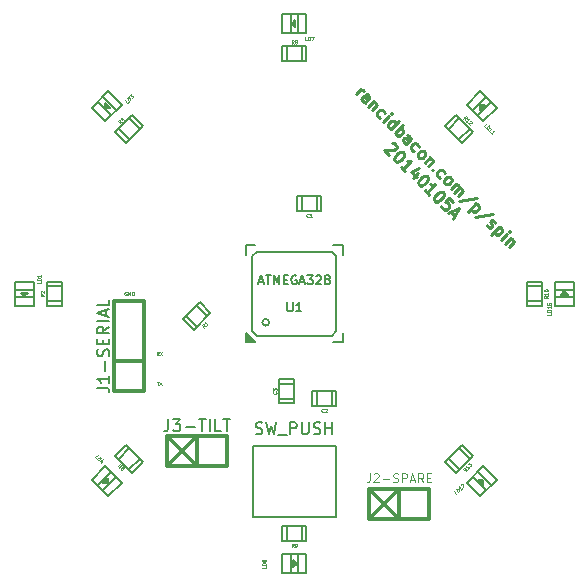
<source format=gto>
%FSLAX34Y34*%
G04 Gerber Fmt 3.4, Leading zero omitted, Abs format*
G04 (created by PCBNEW (2013-jul-14)-product) date Sunday, 05 January 2014 05:56:02 pm*
%MOIN*%
G01*
G70*
G90*
G04 APERTURE LIST*
%ADD10C,0.005906*%
%ADD11C,0.009843*%
%ADD12C,0.002953*%
%ADD13C,0.005000*%
%ADD14C,0.012000*%
%ADD15C,0.005900*%
%ADD16C,0.002400*%
%ADD17C,0.008000*%
%ADD18C,0.004921*%
G04 APERTURE END LIST*
G54D10*
G54D11*
X78551Y-35344D02*
X78737Y-35158D01*
X78684Y-35211D02*
X78724Y-35198D01*
X78750Y-35198D01*
X78790Y-35211D01*
X78816Y-35238D01*
X78843Y-35636D02*
X78989Y-35490D01*
X79002Y-35450D01*
X78989Y-35410D01*
X78936Y-35357D01*
X78896Y-35344D01*
X78856Y-35622D02*
X78816Y-35609D01*
X78750Y-35543D01*
X78737Y-35503D01*
X78750Y-35463D01*
X78777Y-35437D01*
X78816Y-35423D01*
X78856Y-35437D01*
X78923Y-35503D01*
X78962Y-35516D01*
X79161Y-35582D02*
X78976Y-35768D01*
X79135Y-35609D02*
X79161Y-35609D01*
X79201Y-35622D01*
X79241Y-35662D01*
X79254Y-35702D01*
X79241Y-35742D01*
X79095Y-35887D01*
X79360Y-36126D02*
X79320Y-36113D01*
X79267Y-36060D01*
X79254Y-36020D01*
X79254Y-35993D01*
X79267Y-35954D01*
X79347Y-35874D01*
X79387Y-35861D01*
X79413Y-35861D01*
X79453Y-35874D01*
X79506Y-35927D01*
X79519Y-35967D01*
X79466Y-36259D02*
X79652Y-36073D01*
X79744Y-35980D02*
X79718Y-35980D01*
X79718Y-36007D01*
X79744Y-36007D01*
X79744Y-35980D01*
X79718Y-36007D01*
X79718Y-36510D02*
X79996Y-36232D01*
X79731Y-36497D02*
X79691Y-36484D01*
X79638Y-36431D01*
X79625Y-36391D01*
X79625Y-36365D01*
X79638Y-36325D01*
X79718Y-36245D01*
X79758Y-36232D01*
X79784Y-36232D01*
X79824Y-36245D01*
X79877Y-36298D01*
X79890Y-36338D01*
X79850Y-36643D02*
X80129Y-36365D01*
X80023Y-36471D02*
X80063Y-36484D01*
X80116Y-36537D01*
X80129Y-36577D01*
X80129Y-36603D01*
X80116Y-36643D01*
X80036Y-36723D01*
X79996Y-36736D01*
X79970Y-36736D01*
X79930Y-36723D01*
X79877Y-36670D01*
X79864Y-36630D01*
X80222Y-37014D02*
X80367Y-36868D01*
X80381Y-36829D01*
X80367Y-36789D01*
X80314Y-36736D01*
X80275Y-36723D01*
X80235Y-37001D02*
X80195Y-36988D01*
X80129Y-36921D01*
X80116Y-36882D01*
X80129Y-36842D01*
X80155Y-36815D01*
X80195Y-36802D01*
X80235Y-36815D01*
X80301Y-36882D01*
X80341Y-36895D01*
X80487Y-37253D02*
X80447Y-37240D01*
X80394Y-37187D01*
X80381Y-37147D01*
X80381Y-37120D01*
X80394Y-37080D01*
X80474Y-37001D01*
X80513Y-36988D01*
X80540Y-36988D01*
X80580Y-37001D01*
X80633Y-37054D01*
X80646Y-37094D01*
X80633Y-37425D02*
X80619Y-37385D01*
X80619Y-37359D01*
X80633Y-37319D01*
X80712Y-37240D01*
X80752Y-37226D01*
X80778Y-37226D01*
X80818Y-37240D01*
X80858Y-37279D01*
X80871Y-37319D01*
X80871Y-37346D01*
X80858Y-37385D01*
X80778Y-37465D01*
X80739Y-37478D01*
X80712Y-37478D01*
X80672Y-37465D01*
X80633Y-37425D01*
X81030Y-37452D02*
X80845Y-37637D01*
X81004Y-37478D02*
X81030Y-37478D01*
X81070Y-37491D01*
X81110Y-37531D01*
X81123Y-37571D01*
X81110Y-37611D01*
X80964Y-37757D01*
X81123Y-37863D02*
X81123Y-37889D01*
X81097Y-37889D01*
X81097Y-37863D01*
X81123Y-37863D01*
X81097Y-37889D01*
X81362Y-38128D02*
X81322Y-38115D01*
X81269Y-38061D01*
X81256Y-38022D01*
X81256Y-37995D01*
X81269Y-37955D01*
X81348Y-37876D01*
X81388Y-37863D01*
X81415Y-37863D01*
X81455Y-37876D01*
X81508Y-37929D01*
X81521Y-37969D01*
X81508Y-38300D02*
X81494Y-38260D01*
X81494Y-38234D01*
X81508Y-38194D01*
X81587Y-38115D01*
X81627Y-38101D01*
X81653Y-38101D01*
X81693Y-38115D01*
X81733Y-38154D01*
X81746Y-38194D01*
X81746Y-38221D01*
X81733Y-38260D01*
X81653Y-38340D01*
X81614Y-38353D01*
X81587Y-38353D01*
X81547Y-38340D01*
X81508Y-38300D01*
X81720Y-38512D02*
X81905Y-38327D01*
X81879Y-38353D02*
X81905Y-38353D01*
X81945Y-38366D01*
X81985Y-38406D01*
X81998Y-38446D01*
X81985Y-38486D01*
X81839Y-38632D01*
X81985Y-38486D02*
X82025Y-38472D01*
X82064Y-38486D01*
X82104Y-38525D01*
X82117Y-38565D01*
X82104Y-38605D01*
X81958Y-38751D01*
X82581Y-38791D02*
X81985Y-38910D01*
X82568Y-38989D02*
X82290Y-39268D01*
X82555Y-39003D02*
X82595Y-39016D01*
X82648Y-39069D01*
X82661Y-39109D01*
X82661Y-39135D01*
X82648Y-39175D01*
X82568Y-39255D01*
X82528Y-39268D01*
X82502Y-39268D01*
X82462Y-39255D01*
X82409Y-39202D01*
X82396Y-39162D01*
X83125Y-39334D02*
X82528Y-39453D01*
X82926Y-39692D02*
X82939Y-39732D01*
X82992Y-39785D01*
X83032Y-39798D01*
X83072Y-39785D01*
X83085Y-39772D01*
X83098Y-39732D01*
X83085Y-39692D01*
X83045Y-39652D01*
X83032Y-39612D01*
X83045Y-39573D01*
X83059Y-39559D01*
X83098Y-39546D01*
X83138Y-39559D01*
X83178Y-39599D01*
X83191Y-39639D01*
X83337Y-39758D02*
X83059Y-40037D01*
X83324Y-39772D02*
X83363Y-39785D01*
X83417Y-39838D01*
X83430Y-39878D01*
X83430Y-39904D01*
X83417Y-39944D01*
X83337Y-40023D01*
X83297Y-40037D01*
X83271Y-40037D01*
X83231Y-40023D01*
X83178Y-39970D01*
X83165Y-39931D01*
X83403Y-40196D02*
X83589Y-40010D01*
X83682Y-39917D02*
X83655Y-39917D01*
X83655Y-39944D01*
X83682Y-39944D01*
X83682Y-39917D01*
X83655Y-39944D01*
X83721Y-40143D02*
X83536Y-40328D01*
X83695Y-40169D02*
X83721Y-40169D01*
X83761Y-40183D01*
X83801Y-40222D01*
X83814Y-40262D01*
X83801Y-40302D01*
X83655Y-40448D01*
X79769Y-36976D02*
X79795Y-36976D01*
X79835Y-36990D01*
X79902Y-37056D01*
X79915Y-37096D01*
X79915Y-37122D01*
X79902Y-37162D01*
X79875Y-37189D01*
X79822Y-37215D01*
X79504Y-37215D01*
X79676Y-37387D01*
X80127Y-37281D02*
X80153Y-37308D01*
X80167Y-37348D01*
X80167Y-37374D01*
X80153Y-37414D01*
X80114Y-37480D01*
X80047Y-37546D01*
X79981Y-37586D01*
X79941Y-37599D01*
X79915Y-37599D01*
X79875Y-37586D01*
X79848Y-37560D01*
X79835Y-37520D01*
X79835Y-37493D01*
X79848Y-37454D01*
X79888Y-37387D01*
X79955Y-37321D01*
X80021Y-37281D01*
X80061Y-37268D01*
X80087Y-37268D01*
X80127Y-37281D01*
X80206Y-37918D02*
X80047Y-37759D01*
X80127Y-37838D02*
X80405Y-37560D01*
X80339Y-37573D01*
X80286Y-37573D01*
X80246Y-37560D01*
X80631Y-37971D02*
X80445Y-38156D01*
X80670Y-37798D02*
X80405Y-37931D01*
X80578Y-38103D01*
X80922Y-38077D02*
X80949Y-38103D01*
X80962Y-38143D01*
X80962Y-38170D01*
X80949Y-38209D01*
X80909Y-38276D01*
X80843Y-38342D01*
X80776Y-38382D01*
X80737Y-38395D01*
X80710Y-38395D01*
X80670Y-38382D01*
X80644Y-38355D01*
X80631Y-38315D01*
X80631Y-38289D01*
X80644Y-38249D01*
X80684Y-38183D01*
X80750Y-38116D01*
X80816Y-38077D01*
X80856Y-38063D01*
X80883Y-38063D01*
X80922Y-38077D01*
X81002Y-38713D02*
X80843Y-38554D01*
X80922Y-38633D02*
X81201Y-38355D01*
X81134Y-38368D01*
X81081Y-38368D01*
X81042Y-38355D01*
X81453Y-38607D02*
X81479Y-38633D01*
X81492Y-38673D01*
X81492Y-38700D01*
X81479Y-38740D01*
X81439Y-38806D01*
X81373Y-38872D01*
X81307Y-38912D01*
X81267Y-38925D01*
X81240Y-38925D01*
X81201Y-38912D01*
X81174Y-38885D01*
X81161Y-38846D01*
X81161Y-38819D01*
X81174Y-38779D01*
X81214Y-38713D01*
X81280Y-38647D01*
X81346Y-38607D01*
X81386Y-38594D01*
X81413Y-38594D01*
X81453Y-38607D01*
X81797Y-38952D02*
X81665Y-38819D01*
X81519Y-38938D01*
X81545Y-38938D01*
X81585Y-38952D01*
X81651Y-39018D01*
X81665Y-39058D01*
X81665Y-39084D01*
X81651Y-39124D01*
X81585Y-39190D01*
X81545Y-39204D01*
X81519Y-39204D01*
X81479Y-39190D01*
X81413Y-39124D01*
X81400Y-39084D01*
X81400Y-39058D01*
X81718Y-39270D02*
X81850Y-39402D01*
X81612Y-39323D02*
X81983Y-39137D01*
X81797Y-39508D01*
G54D12*
X70910Y-41940D02*
X70898Y-41935D01*
X70881Y-41935D01*
X70865Y-41940D01*
X70853Y-41952D01*
X70848Y-41963D01*
X70842Y-41985D01*
X70842Y-42002D01*
X70848Y-42025D01*
X70853Y-42036D01*
X70865Y-42047D01*
X70881Y-42053D01*
X70893Y-42053D01*
X70910Y-42047D01*
X70915Y-42042D01*
X70915Y-42002D01*
X70893Y-42002D01*
X70966Y-42053D02*
X70966Y-41935D01*
X71033Y-42053D01*
X71033Y-41935D01*
X71089Y-42053D02*
X71089Y-41935D01*
X71118Y-41935D01*
X71134Y-41940D01*
X71146Y-41952D01*
X71151Y-41963D01*
X71157Y-41985D01*
X71157Y-42002D01*
X71151Y-42025D01*
X71146Y-42036D01*
X71134Y-42047D01*
X71118Y-42053D01*
X71089Y-42053D01*
X71980Y-44053D02*
X71940Y-43997D01*
X71912Y-44053D02*
X71912Y-43935D01*
X71957Y-43935D01*
X71969Y-43940D01*
X71974Y-43946D01*
X71980Y-43957D01*
X71980Y-43974D01*
X71974Y-43985D01*
X71969Y-43991D01*
X71957Y-43997D01*
X71912Y-43997D01*
X72019Y-43935D02*
X72098Y-44053D01*
X72098Y-43935D02*
X72019Y-44053D01*
X71910Y-44935D02*
X71977Y-44935D01*
X71943Y-45053D02*
X71943Y-44935D01*
X72005Y-44935D02*
X72084Y-45053D01*
X72084Y-44935D02*
X72005Y-45053D01*
G54D13*
X76750Y-39250D02*
X76750Y-38750D01*
X77250Y-39250D02*
X77250Y-38760D01*
X77400Y-39250D02*
X76600Y-39250D01*
X76600Y-39250D02*
X76600Y-38750D01*
X76600Y-38750D02*
X77400Y-38750D01*
X77400Y-38750D02*
X77400Y-39250D01*
X77250Y-45750D02*
X77250Y-45250D01*
X77750Y-45750D02*
X77750Y-45260D01*
X77900Y-45750D02*
X77100Y-45750D01*
X77100Y-45750D02*
X77100Y-45250D01*
X77100Y-45250D02*
X77900Y-45250D01*
X77900Y-45250D02*
X77900Y-45750D01*
X76000Y-45000D02*
X76500Y-45000D01*
X76000Y-45500D02*
X76490Y-45500D01*
X76000Y-45650D02*
X76000Y-44850D01*
X76000Y-44850D02*
X76500Y-44850D01*
X76500Y-44850D02*
X76500Y-45650D01*
X76500Y-45650D02*
X76000Y-45650D01*
G54D14*
X71500Y-44250D02*
X70500Y-44250D01*
X70500Y-45250D02*
X70500Y-42250D01*
X70500Y-42250D02*
X71500Y-42250D01*
X71500Y-42250D02*
X71500Y-45250D01*
X71500Y-45250D02*
X70500Y-45250D01*
X80000Y-48500D02*
X80000Y-49500D01*
X80000Y-49500D02*
X79000Y-48500D01*
X79000Y-49500D02*
X80000Y-48500D01*
X81000Y-49500D02*
X79000Y-49500D01*
X79000Y-48500D02*
X81000Y-48500D01*
X79000Y-49500D02*
X79000Y-48500D01*
X81000Y-48500D02*
X81000Y-49500D01*
X73250Y-46750D02*
X73250Y-47750D01*
X73250Y-47750D02*
X72250Y-46750D01*
X72250Y-47750D02*
X73250Y-46750D01*
X74250Y-47750D02*
X72250Y-47750D01*
X72250Y-46750D02*
X74250Y-46750D01*
X72250Y-47750D02*
X72250Y-46750D01*
X74250Y-46750D02*
X74250Y-47750D01*
G54D13*
X67500Y-42079D02*
X67618Y-41961D01*
X67618Y-41961D02*
X67382Y-41961D01*
X67382Y-41961D02*
X67500Y-42079D01*
X67461Y-42039D02*
X67539Y-42039D01*
X67579Y-42000D02*
X67421Y-42000D01*
X67185Y-42118D02*
X67815Y-42118D01*
X67815Y-41882D02*
X67185Y-41882D01*
X67815Y-41606D02*
X67815Y-42394D01*
X67815Y-42394D02*
X67185Y-42394D01*
X67185Y-42394D02*
X67185Y-41606D01*
X67185Y-41606D02*
X67815Y-41606D01*
X70194Y-35805D02*
X70361Y-35805D01*
X70361Y-35805D02*
X70194Y-35638D01*
X70194Y-35638D02*
X70194Y-35805D01*
X70194Y-35750D02*
X70250Y-35805D01*
X70305Y-35805D02*
X70194Y-35694D01*
X69943Y-35610D02*
X70389Y-36056D01*
X70556Y-35889D02*
X70110Y-35443D01*
X70751Y-35694D02*
X70194Y-36251D01*
X70194Y-36251D02*
X69748Y-35805D01*
X69748Y-35805D02*
X70305Y-35248D01*
X70305Y-35248D02*
X70751Y-35694D01*
X70305Y-48305D02*
X70305Y-48138D01*
X70305Y-48138D02*
X70138Y-48305D01*
X70138Y-48305D02*
X70305Y-48305D01*
X70250Y-48305D02*
X70305Y-48250D01*
X70305Y-48194D02*
X70194Y-48305D01*
X70110Y-48556D02*
X70556Y-48110D01*
X70389Y-47943D02*
X69943Y-48389D01*
X70194Y-47748D02*
X70751Y-48305D01*
X70751Y-48305D02*
X70305Y-48751D01*
X70305Y-48751D02*
X69748Y-48194D01*
X69748Y-48194D02*
X70194Y-47748D01*
X76421Y-33000D02*
X76539Y-33118D01*
X76539Y-33118D02*
X76539Y-32882D01*
X76539Y-32882D02*
X76421Y-33000D01*
X76461Y-32961D02*
X76461Y-33039D01*
X76500Y-33079D02*
X76500Y-32921D01*
X76382Y-32685D02*
X76382Y-33315D01*
X76618Y-33315D02*
X76618Y-32685D01*
X76894Y-33315D02*
X76106Y-33315D01*
X76106Y-33315D02*
X76106Y-32685D01*
X76106Y-32685D02*
X76894Y-32685D01*
X76894Y-32685D02*
X76894Y-33315D01*
X76579Y-51000D02*
X76461Y-50882D01*
X76461Y-50882D02*
X76461Y-51118D01*
X76461Y-51118D02*
X76579Y-51000D01*
X76539Y-51039D02*
X76539Y-50961D01*
X76500Y-50921D02*
X76500Y-51079D01*
X76618Y-51315D02*
X76618Y-50685D01*
X76382Y-50685D02*
X76382Y-51315D01*
X76106Y-50685D02*
X76894Y-50685D01*
X76894Y-50685D02*
X76894Y-51315D01*
X76894Y-51315D02*
X76106Y-51315D01*
X76106Y-51315D02*
X76106Y-50685D01*
X82694Y-35694D02*
X82694Y-35861D01*
X82694Y-35861D02*
X82861Y-35694D01*
X82861Y-35694D02*
X82694Y-35694D01*
X82750Y-35694D02*
X82694Y-35750D01*
X82694Y-35805D02*
X82805Y-35694D01*
X82889Y-35443D02*
X82443Y-35889D01*
X82610Y-36056D02*
X83056Y-35610D01*
X82805Y-36251D02*
X82248Y-35694D01*
X82248Y-35694D02*
X82694Y-35248D01*
X82694Y-35248D02*
X83251Y-35805D01*
X83251Y-35805D02*
X82805Y-36251D01*
X82805Y-48194D02*
X82638Y-48194D01*
X82638Y-48194D02*
X82805Y-48361D01*
X82805Y-48361D02*
X82805Y-48194D01*
X82805Y-48250D02*
X82750Y-48194D01*
X82694Y-48194D02*
X82805Y-48305D01*
X83056Y-48389D02*
X82610Y-47943D01*
X82443Y-48110D02*
X82889Y-48556D01*
X82248Y-48305D02*
X82805Y-47748D01*
X82805Y-47748D02*
X83251Y-48194D01*
X83251Y-48194D02*
X82694Y-48751D01*
X82694Y-48751D02*
X82248Y-48305D01*
X85500Y-41921D02*
X85382Y-42039D01*
X85382Y-42039D02*
X85618Y-42039D01*
X85618Y-42039D02*
X85500Y-41921D01*
X85539Y-41961D02*
X85461Y-41961D01*
X85421Y-42000D02*
X85579Y-42000D01*
X85815Y-41882D02*
X85185Y-41882D01*
X85185Y-42118D02*
X85815Y-42118D01*
X85185Y-42394D02*
X85185Y-41606D01*
X85185Y-41606D02*
X85815Y-41606D01*
X85815Y-41606D02*
X85815Y-42394D01*
X85815Y-42394D02*
X85185Y-42394D01*
X73250Y-43103D02*
X72896Y-42750D01*
X73603Y-42750D02*
X73257Y-42403D01*
X73709Y-42643D02*
X73143Y-43209D01*
X73143Y-43209D02*
X72790Y-42856D01*
X72790Y-42856D02*
X73356Y-42290D01*
X73356Y-42290D02*
X73709Y-42643D01*
X68250Y-41750D02*
X68750Y-41750D01*
X68250Y-42250D02*
X68740Y-42250D01*
X68250Y-42400D02*
X68250Y-41600D01*
X68250Y-41600D02*
X68750Y-41600D01*
X68750Y-41600D02*
X68750Y-42400D01*
X68750Y-42400D02*
X68250Y-42400D01*
X71000Y-36146D02*
X71353Y-36500D01*
X70646Y-36500D02*
X70992Y-36846D01*
X70540Y-36606D02*
X71106Y-36040D01*
X71106Y-36040D02*
X71459Y-36393D01*
X71459Y-36393D02*
X70893Y-36959D01*
X70893Y-36959D02*
X70540Y-36606D01*
X70646Y-47500D02*
X71000Y-47146D01*
X71000Y-47853D02*
X71346Y-47507D01*
X71106Y-47959D02*
X70540Y-47393D01*
X70540Y-47393D02*
X70893Y-47040D01*
X70893Y-47040D02*
X71459Y-47606D01*
X71459Y-47606D02*
X71106Y-47959D01*
X76750Y-33750D02*
X76750Y-34250D01*
X76250Y-33750D02*
X76250Y-34240D01*
X76100Y-33750D02*
X76900Y-33750D01*
X76900Y-33750D02*
X76900Y-34250D01*
X76900Y-34250D02*
X76100Y-34250D01*
X76100Y-34250D02*
X76100Y-33750D01*
X76250Y-50250D02*
X76250Y-49750D01*
X76750Y-50250D02*
X76750Y-49760D01*
X76900Y-50250D02*
X76100Y-50250D01*
X76100Y-50250D02*
X76100Y-49750D01*
X76100Y-49750D02*
X76900Y-49750D01*
X76900Y-49750D02*
X76900Y-50250D01*
X82353Y-36500D02*
X82000Y-36853D01*
X82000Y-36146D02*
X81653Y-36492D01*
X81893Y-36040D02*
X82459Y-36606D01*
X82459Y-36606D02*
X82106Y-36959D01*
X82106Y-36959D02*
X81540Y-36393D01*
X81540Y-36393D02*
X81893Y-36040D01*
X82000Y-47853D02*
X81646Y-47500D01*
X82353Y-47500D02*
X82007Y-47153D01*
X82459Y-47393D02*
X81893Y-47959D01*
X81893Y-47959D02*
X81540Y-47606D01*
X81540Y-47606D02*
X82106Y-47040D01*
X82106Y-47040D02*
X82459Y-47393D01*
X84750Y-42250D02*
X84250Y-42250D01*
X84750Y-41750D02*
X84260Y-41750D01*
X84750Y-41600D02*
X84750Y-42400D01*
X84750Y-42400D02*
X84250Y-42400D01*
X84250Y-42400D02*
X84250Y-41600D01*
X84250Y-41600D02*
X84750Y-41600D01*
G54D10*
X75122Y-49431D02*
X75122Y-47068D01*
X75122Y-47068D02*
X77877Y-47068D01*
X77877Y-47068D02*
X77877Y-49431D01*
X77877Y-49431D02*
X75122Y-49431D01*
G54D15*
X74965Y-43614D02*
X74886Y-43535D01*
X74886Y-43457D02*
X75043Y-43614D01*
X75122Y-43614D02*
X74886Y-43378D01*
X75201Y-43614D02*
X74886Y-43614D01*
X74886Y-43614D02*
X74886Y-43299D01*
X74886Y-43299D02*
X75201Y-43614D01*
X78114Y-43299D02*
X78114Y-43614D01*
X78114Y-43614D02*
X77799Y-43614D01*
X77799Y-40386D02*
X78114Y-40386D01*
X78114Y-40386D02*
X78114Y-40701D01*
X74886Y-40701D02*
X74886Y-40386D01*
X74886Y-40386D02*
X75201Y-40386D01*
G54D13*
X75661Y-42950D02*
G75*
G03X75661Y-42950I-111J0D01*
G74*
G01*
X77900Y-43250D02*
X77750Y-43400D01*
X77750Y-43400D02*
X75250Y-43400D01*
X75250Y-43400D02*
X75100Y-43250D01*
X75100Y-43250D02*
X75100Y-40750D01*
X75100Y-40750D02*
X75250Y-40600D01*
X75250Y-40600D02*
X77750Y-40600D01*
X77750Y-40600D02*
X77900Y-40750D01*
X77900Y-40750D02*
X77900Y-43250D01*
G54D16*
X76980Y-39432D02*
X76974Y-39437D01*
X76957Y-39443D01*
X76946Y-39443D01*
X76929Y-39437D01*
X76918Y-39426D01*
X76912Y-39415D01*
X76907Y-39392D01*
X76907Y-39375D01*
X76912Y-39353D01*
X76918Y-39342D01*
X76929Y-39331D01*
X76946Y-39325D01*
X76957Y-39325D01*
X76974Y-39331D01*
X76980Y-39336D01*
X77092Y-39443D02*
X77025Y-39443D01*
X77059Y-39443D02*
X77059Y-39325D01*
X77047Y-39342D01*
X77036Y-39353D01*
X77025Y-39359D01*
X77480Y-45932D02*
X77474Y-45937D01*
X77457Y-45943D01*
X77446Y-45943D01*
X77429Y-45937D01*
X77418Y-45926D01*
X77412Y-45915D01*
X77407Y-45892D01*
X77407Y-45875D01*
X77412Y-45853D01*
X77418Y-45842D01*
X77429Y-45831D01*
X77446Y-45825D01*
X77457Y-45825D01*
X77474Y-45831D01*
X77480Y-45836D01*
X77525Y-45836D02*
X77530Y-45831D01*
X77542Y-45825D01*
X77570Y-45825D01*
X77581Y-45831D01*
X77587Y-45836D01*
X77592Y-45847D01*
X77592Y-45859D01*
X77587Y-45875D01*
X77519Y-45943D01*
X77592Y-45943D01*
X75902Y-45269D02*
X75907Y-45275D01*
X75913Y-45292D01*
X75913Y-45303D01*
X75907Y-45320D01*
X75896Y-45331D01*
X75885Y-45337D01*
X75862Y-45342D01*
X75845Y-45342D01*
X75823Y-45337D01*
X75812Y-45331D01*
X75801Y-45320D01*
X75795Y-45303D01*
X75795Y-45292D01*
X75801Y-45275D01*
X75806Y-45269D01*
X75795Y-45230D02*
X75795Y-45157D01*
X75840Y-45196D01*
X75840Y-45179D01*
X75845Y-45168D01*
X75851Y-45162D01*
X75862Y-45157D01*
X75890Y-45157D01*
X75902Y-45162D01*
X75907Y-45168D01*
X75913Y-45179D01*
X75913Y-45213D01*
X75907Y-45224D01*
X75902Y-45230D01*
G54D17*
X69930Y-45130D02*
X70216Y-45130D01*
X70273Y-45149D01*
X70311Y-45188D01*
X70330Y-45245D01*
X70330Y-45283D01*
X70330Y-44730D02*
X70330Y-44959D01*
X70330Y-44845D02*
X69930Y-44845D01*
X69988Y-44883D01*
X70026Y-44921D01*
X70045Y-44959D01*
X70178Y-44559D02*
X70178Y-44254D01*
X70311Y-44083D02*
X70330Y-44026D01*
X70330Y-43930D01*
X70311Y-43892D01*
X70292Y-43873D01*
X70254Y-43854D01*
X70216Y-43854D01*
X70178Y-43873D01*
X70159Y-43892D01*
X70140Y-43930D01*
X70121Y-44007D01*
X70102Y-44045D01*
X70083Y-44064D01*
X70045Y-44083D01*
X70007Y-44083D01*
X69969Y-44064D01*
X69950Y-44045D01*
X69930Y-44007D01*
X69930Y-43911D01*
X69950Y-43854D01*
X70121Y-43683D02*
X70121Y-43550D01*
X70330Y-43492D02*
X70330Y-43683D01*
X69930Y-43683D01*
X69930Y-43492D01*
X70330Y-43092D02*
X70140Y-43226D01*
X70330Y-43321D02*
X69930Y-43321D01*
X69930Y-43169D01*
X69950Y-43130D01*
X69969Y-43111D01*
X70007Y-43092D01*
X70064Y-43092D01*
X70102Y-43111D01*
X70121Y-43130D01*
X70140Y-43169D01*
X70140Y-43321D01*
X70330Y-42921D02*
X69930Y-42921D01*
X70216Y-42749D02*
X70216Y-42559D01*
X70330Y-42788D02*
X69930Y-42654D01*
X70330Y-42521D01*
X70330Y-42197D02*
X70330Y-42388D01*
X69930Y-42388D01*
G54D18*
X79022Y-47988D02*
X79022Y-48199D01*
X79008Y-48241D01*
X78980Y-48269D01*
X78938Y-48283D01*
X78910Y-48283D01*
X79149Y-48016D02*
X79163Y-48002D01*
X79191Y-47988D01*
X79261Y-47988D01*
X79289Y-48002D01*
X79303Y-48016D01*
X79318Y-48044D01*
X79318Y-48072D01*
X79303Y-48114D01*
X79135Y-48283D01*
X79318Y-48283D01*
X79444Y-48171D02*
X79669Y-48171D01*
X79796Y-48269D02*
X79838Y-48283D01*
X79908Y-48283D01*
X79936Y-48269D01*
X79950Y-48255D01*
X79964Y-48227D01*
X79964Y-48199D01*
X79950Y-48171D01*
X79936Y-48157D01*
X79908Y-48142D01*
X79852Y-48128D01*
X79824Y-48114D01*
X79810Y-48100D01*
X79796Y-48072D01*
X79796Y-48044D01*
X79810Y-48016D01*
X79824Y-48002D01*
X79852Y-47988D01*
X79922Y-47988D01*
X79964Y-48002D01*
X80091Y-48283D02*
X80091Y-47988D01*
X80203Y-47988D01*
X80232Y-48002D01*
X80246Y-48016D01*
X80260Y-48044D01*
X80260Y-48086D01*
X80246Y-48114D01*
X80232Y-48128D01*
X80203Y-48142D01*
X80091Y-48142D01*
X80372Y-48199D02*
X80513Y-48199D01*
X80344Y-48283D02*
X80442Y-47988D01*
X80541Y-48283D01*
X80808Y-48283D02*
X80710Y-48142D01*
X80639Y-48283D02*
X80639Y-47988D01*
X80752Y-47988D01*
X80780Y-48002D01*
X80794Y-48016D01*
X80808Y-48044D01*
X80808Y-48086D01*
X80794Y-48114D01*
X80780Y-48128D01*
X80752Y-48142D01*
X80639Y-48142D01*
X80935Y-48128D02*
X81033Y-48128D01*
X81075Y-48283D02*
X80935Y-48283D01*
X80935Y-47988D01*
X81075Y-47988D01*
G54D17*
X72307Y-46180D02*
X72307Y-46466D01*
X72288Y-46523D01*
X72250Y-46561D01*
X72192Y-46580D01*
X72154Y-46580D01*
X72459Y-46180D02*
X72707Y-46180D01*
X72573Y-46333D01*
X72630Y-46333D01*
X72669Y-46352D01*
X72688Y-46371D01*
X72707Y-46409D01*
X72707Y-46504D01*
X72688Y-46542D01*
X72669Y-46561D01*
X72630Y-46580D01*
X72516Y-46580D01*
X72478Y-46561D01*
X72459Y-46542D01*
X72878Y-46428D02*
X73183Y-46428D01*
X73316Y-46180D02*
X73545Y-46180D01*
X73430Y-46580D02*
X73430Y-46180D01*
X73678Y-46580D02*
X73678Y-46180D01*
X74059Y-46580D02*
X73869Y-46580D01*
X73869Y-46180D01*
X74135Y-46180D02*
X74364Y-46180D01*
X74250Y-46580D02*
X74250Y-46180D01*
G54D12*
X68053Y-41578D02*
X68053Y-41634D01*
X67935Y-41634D01*
X68053Y-41539D02*
X67935Y-41539D01*
X67935Y-41511D01*
X67940Y-41494D01*
X67952Y-41483D01*
X67963Y-41477D01*
X67985Y-41471D01*
X68002Y-41471D01*
X68025Y-41477D01*
X68036Y-41483D01*
X68047Y-41494D01*
X68053Y-41511D01*
X68053Y-41539D01*
X68053Y-41359D02*
X68053Y-41426D01*
X68053Y-41393D02*
X67935Y-41393D01*
X67952Y-41404D01*
X67963Y-41415D01*
X67969Y-41426D01*
X70982Y-35593D02*
X70942Y-35633D01*
X70858Y-35549D01*
X71009Y-35565D02*
X70926Y-35482D01*
X70946Y-35462D01*
X70962Y-35454D01*
X70978Y-35454D01*
X70990Y-35458D01*
X71009Y-35470D01*
X71021Y-35482D01*
X71033Y-35501D01*
X71037Y-35513D01*
X71037Y-35529D01*
X71029Y-35545D01*
X71009Y-35565D01*
X71001Y-35406D02*
X71053Y-35354D01*
X71057Y-35414D01*
X71069Y-35402D01*
X71081Y-35398D01*
X71089Y-35398D01*
X71101Y-35402D01*
X71121Y-35422D01*
X71125Y-35434D01*
X71125Y-35442D01*
X71121Y-35454D01*
X71097Y-35478D01*
X71085Y-35482D01*
X71077Y-35482D01*
X69906Y-47482D02*
X69866Y-47442D01*
X69950Y-47358D01*
X69934Y-47509D02*
X70017Y-47426D01*
X70037Y-47446D01*
X70045Y-47462D01*
X70045Y-47478D01*
X70041Y-47490D01*
X70029Y-47509D01*
X70017Y-47521D01*
X69998Y-47533D01*
X69986Y-47537D01*
X69970Y-47537D01*
X69954Y-47529D01*
X69934Y-47509D01*
X70109Y-47573D02*
X70053Y-47629D01*
X70121Y-47521D02*
X70041Y-47561D01*
X70093Y-47613D01*
X76921Y-33553D02*
X76865Y-33553D01*
X76865Y-33435D01*
X76960Y-33553D02*
X76960Y-33435D01*
X76988Y-33435D01*
X77005Y-33440D01*
X77016Y-33452D01*
X77022Y-33463D01*
X77028Y-33485D01*
X77028Y-33502D01*
X77022Y-33525D01*
X77016Y-33536D01*
X77005Y-33547D01*
X76988Y-33553D01*
X76960Y-33553D01*
X77067Y-33435D02*
X77146Y-33435D01*
X77095Y-33553D01*
X75553Y-51078D02*
X75553Y-51134D01*
X75435Y-51134D01*
X75553Y-51039D02*
X75435Y-51039D01*
X75435Y-51011D01*
X75440Y-50994D01*
X75452Y-50983D01*
X75463Y-50977D01*
X75485Y-50971D01*
X75502Y-50971D01*
X75525Y-50977D01*
X75536Y-50983D01*
X75547Y-50994D01*
X75553Y-51011D01*
X75553Y-51039D01*
X75485Y-50904D02*
X75480Y-50915D01*
X75474Y-50921D01*
X75463Y-50926D01*
X75457Y-50926D01*
X75446Y-50921D01*
X75440Y-50915D01*
X75435Y-50904D01*
X75435Y-50881D01*
X75440Y-50870D01*
X75446Y-50865D01*
X75457Y-50859D01*
X75463Y-50859D01*
X75474Y-50865D01*
X75480Y-50870D01*
X75485Y-50881D01*
X75485Y-50904D01*
X75491Y-50915D01*
X75497Y-50921D01*
X75508Y-50926D01*
X75530Y-50926D01*
X75542Y-50921D01*
X75547Y-50915D01*
X75553Y-50904D01*
X75553Y-50881D01*
X75547Y-50870D01*
X75542Y-50865D01*
X75530Y-50859D01*
X75508Y-50859D01*
X75497Y-50865D01*
X75491Y-50870D01*
X75485Y-50881D01*
X82866Y-36442D02*
X82827Y-36402D01*
X82910Y-36319D01*
X82894Y-36470D02*
X82978Y-36386D01*
X82998Y-36406D01*
X83005Y-36422D01*
X83005Y-36438D01*
X83001Y-36450D01*
X82990Y-36470D01*
X82978Y-36482D01*
X82958Y-36494D01*
X82946Y-36498D01*
X82930Y-36498D01*
X82914Y-36490D01*
X82894Y-36470D01*
X83021Y-36597D02*
X82974Y-36549D01*
X82998Y-36573D02*
X83081Y-36490D01*
X83061Y-36494D01*
X83045Y-36494D01*
X83033Y-36490D01*
X83101Y-36676D02*
X83053Y-36629D01*
X83077Y-36653D02*
X83161Y-36569D01*
X83141Y-36573D01*
X83125Y-36573D01*
X83113Y-36569D01*
X81942Y-48633D02*
X81902Y-48672D01*
X81819Y-48589D01*
X81970Y-48605D02*
X81886Y-48521D01*
X81906Y-48501D01*
X81922Y-48494D01*
X81938Y-48494D01*
X81950Y-48498D01*
X81970Y-48509D01*
X81982Y-48521D01*
X81994Y-48541D01*
X81998Y-48553D01*
X81998Y-48569D01*
X81990Y-48585D01*
X81970Y-48605D01*
X82097Y-48478D02*
X82049Y-48525D01*
X82073Y-48501D02*
X81990Y-48418D01*
X81994Y-48438D01*
X81994Y-48454D01*
X81990Y-48466D01*
X82053Y-48370D02*
X82053Y-48362D01*
X82057Y-48350D01*
X82077Y-48330D01*
X82089Y-48327D01*
X82097Y-48327D01*
X82109Y-48330D01*
X82117Y-48338D01*
X82125Y-48354D01*
X82125Y-48450D01*
X82176Y-48398D01*
X85053Y-42634D02*
X85053Y-42691D01*
X84935Y-42691D01*
X85053Y-42595D02*
X84935Y-42595D01*
X84935Y-42567D01*
X84940Y-42550D01*
X84952Y-42539D01*
X84963Y-42533D01*
X84985Y-42528D01*
X85002Y-42528D01*
X85025Y-42533D01*
X85036Y-42539D01*
X85047Y-42550D01*
X85053Y-42567D01*
X85053Y-42595D01*
X85053Y-42415D02*
X85053Y-42483D01*
X85053Y-42449D02*
X84935Y-42449D01*
X84952Y-42460D01*
X84963Y-42471D01*
X84969Y-42483D01*
X84935Y-42308D02*
X84935Y-42365D01*
X84991Y-42370D01*
X84985Y-42365D01*
X84980Y-42353D01*
X84980Y-42325D01*
X84985Y-42314D01*
X84991Y-42308D01*
X85002Y-42303D01*
X85030Y-42303D01*
X85042Y-42308D01*
X85047Y-42314D01*
X85053Y-42325D01*
X85053Y-42353D01*
X85047Y-42365D01*
X85042Y-42370D01*
G54D16*
X73549Y-43077D02*
X73482Y-43065D01*
X73501Y-43125D02*
X73418Y-43041D01*
X73450Y-43009D01*
X73462Y-43005D01*
X73470Y-43005D01*
X73482Y-43009D01*
X73493Y-43021D01*
X73497Y-43033D01*
X73497Y-43041D01*
X73493Y-43053D01*
X73462Y-43085D01*
X73629Y-42997D02*
X73581Y-43045D01*
X73605Y-43021D02*
X73521Y-42938D01*
X73525Y-42958D01*
X73525Y-42974D01*
X73521Y-42986D01*
X68163Y-42019D02*
X68107Y-42059D01*
X68163Y-42087D02*
X68045Y-42087D01*
X68045Y-42042D01*
X68051Y-42030D01*
X68056Y-42025D01*
X68067Y-42019D01*
X68084Y-42019D01*
X68095Y-42025D01*
X68101Y-42030D01*
X68107Y-42042D01*
X68107Y-42087D01*
X68056Y-41974D02*
X68051Y-41969D01*
X68045Y-41957D01*
X68045Y-41929D01*
X68051Y-41918D01*
X68056Y-41912D01*
X68067Y-41907D01*
X68079Y-41907D01*
X68095Y-41912D01*
X68163Y-41980D01*
X68163Y-41907D01*
X70748Y-36275D02*
X70680Y-36263D01*
X70700Y-36323D02*
X70616Y-36240D01*
X70648Y-36208D01*
X70660Y-36204D01*
X70668Y-36204D01*
X70680Y-36208D01*
X70692Y-36220D01*
X70696Y-36232D01*
X70696Y-36240D01*
X70692Y-36252D01*
X70660Y-36283D01*
X70763Y-36148D02*
X70819Y-36204D01*
X70712Y-36136D02*
X70752Y-36216D01*
X70803Y-36164D01*
X70672Y-47799D02*
X70684Y-47732D01*
X70624Y-47751D02*
X70708Y-47668D01*
X70740Y-47700D01*
X70744Y-47712D01*
X70744Y-47720D01*
X70740Y-47732D01*
X70728Y-47743D01*
X70716Y-47747D01*
X70708Y-47747D01*
X70696Y-47743D01*
X70664Y-47712D01*
X70831Y-47791D02*
X70791Y-47751D01*
X70748Y-47787D01*
X70756Y-47787D01*
X70767Y-47791D01*
X70787Y-47811D01*
X70791Y-47823D01*
X70791Y-47831D01*
X70787Y-47843D01*
X70767Y-47863D01*
X70756Y-47867D01*
X70748Y-47867D01*
X70736Y-47863D01*
X70716Y-47843D01*
X70712Y-47831D01*
X70712Y-47823D01*
X76480Y-33663D02*
X76441Y-33607D01*
X76412Y-33663D02*
X76412Y-33545D01*
X76457Y-33545D01*
X76469Y-33551D01*
X76474Y-33556D01*
X76480Y-33567D01*
X76480Y-33584D01*
X76474Y-33595D01*
X76469Y-33601D01*
X76457Y-33607D01*
X76412Y-33607D01*
X76547Y-33595D02*
X76536Y-33590D01*
X76530Y-33584D01*
X76525Y-33573D01*
X76525Y-33567D01*
X76530Y-33556D01*
X76536Y-33551D01*
X76547Y-33545D01*
X76570Y-33545D01*
X76581Y-33551D01*
X76587Y-33556D01*
X76592Y-33567D01*
X76592Y-33573D01*
X76587Y-33584D01*
X76581Y-33590D01*
X76570Y-33595D01*
X76547Y-33595D01*
X76536Y-33601D01*
X76530Y-33607D01*
X76525Y-33618D01*
X76525Y-33640D01*
X76530Y-33652D01*
X76536Y-33657D01*
X76547Y-33663D01*
X76570Y-33663D01*
X76581Y-33657D01*
X76587Y-33652D01*
X76592Y-33640D01*
X76592Y-33618D01*
X76587Y-33607D01*
X76581Y-33601D01*
X76570Y-33595D01*
X76480Y-50443D02*
X76441Y-50387D01*
X76412Y-50443D02*
X76412Y-50325D01*
X76457Y-50325D01*
X76469Y-50331D01*
X76474Y-50336D01*
X76480Y-50347D01*
X76480Y-50364D01*
X76474Y-50375D01*
X76469Y-50381D01*
X76457Y-50387D01*
X76412Y-50387D01*
X76536Y-50443D02*
X76559Y-50443D01*
X76570Y-50437D01*
X76575Y-50432D01*
X76587Y-50415D01*
X76592Y-50392D01*
X76592Y-50347D01*
X76587Y-50336D01*
X76581Y-50331D01*
X76570Y-50325D01*
X76547Y-50325D01*
X76536Y-50331D01*
X76530Y-50336D01*
X76525Y-50347D01*
X76525Y-50375D01*
X76530Y-50387D01*
X76536Y-50392D01*
X76547Y-50398D01*
X76570Y-50398D01*
X76581Y-50392D01*
X76587Y-50387D01*
X76592Y-50375D01*
X82184Y-36208D02*
X82196Y-36140D01*
X82136Y-36160D02*
X82220Y-36077D01*
X82251Y-36109D01*
X82255Y-36120D01*
X82255Y-36128D01*
X82251Y-36140D01*
X82240Y-36152D01*
X82228Y-36156D01*
X82220Y-36156D01*
X82208Y-36152D01*
X82176Y-36120D01*
X82263Y-36287D02*
X82216Y-36240D01*
X82240Y-36263D02*
X82323Y-36180D01*
X82303Y-36184D01*
X82287Y-36184D01*
X82275Y-36180D01*
X82371Y-36244D02*
X82379Y-36244D01*
X82390Y-36248D01*
X82410Y-36267D01*
X82414Y-36279D01*
X82414Y-36287D01*
X82410Y-36299D01*
X82402Y-36307D01*
X82387Y-36315D01*
X82291Y-36315D01*
X82343Y-36367D01*
X82259Y-47867D02*
X82192Y-47855D01*
X82212Y-47914D02*
X82128Y-47831D01*
X82160Y-47799D01*
X82172Y-47795D01*
X82180Y-47795D01*
X82192Y-47799D01*
X82204Y-47811D01*
X82208Y-47823D01*
X82208Y-47831D01*
X82204Y-47843D01*
X82172Y-47875D01*
X82339Y-47787D02*
X82291Y-47835D01*
X82315Y-47811D02*
X82232Y-47728D01*
X82236Y-47747D01*
X82236Y-47763D01*
X82232Y-47775D01*
X82283Y-47676D02*
X82335Y-47624D01*
X82339Y-47684D01*
X82351Y-47672D01*
X82363Y-47668D01*
X82371Y-47668D01*
X82383Y-47672D01*
X82402Y-47692D01*
X82406Y-47704D01*
X82406Y-47712D01*
X82402Y-47724D01*
X82379Y-47747D01*
X82367Y-47751D01*
X82359Y-47751D01*
X84943Y-42075D02*
X84887Y-42115D01*
X84943Y-42143D02*
X84825Y-42143D01*
X84825Y-42098D01*
X84831Y-42087D01*
X84836Y-42081D01*
X84847Y-42075D01*
X84864Y-42075D01*
X84875Y-42081D01*
X84881Y-42087D01*
X84887Y-42098D01*
X84887Y-42143D01*
X84943Y-41963D02*
X84943Y-42030D01*
X84943Y-41997D02*
X84825Y-41997D01*
X84842Y-42008D01*
X84853Y-42019D01*
X84859Y-42030D01*
X84825Y-41862D02*
X84825Y-41884D01*
X84831Y-41896D01*
X84836Y-41901D01*
X84853Y-41912D01*
X84875Y-41918D01*
X84920Y-41918D01*
X84932Y-41912D01*
X84937Y-41907D01*
X84943Y-41896D01*
X84943Y-41873D01*
X84937Y-41862D01*
X84932Y-41856D01*
X84920Y-41851D01*
X84892Y-41851D01*
X84881Y-41856D01*
X84875Y-41862D01*
X84870Y-41873D01*
X84870Y-41896D01*
X84875Y-41907D01*
X84881Y-41912D01*
X84892Y-41918D01*
G54D10*
X75215Y-46659D02*
X75272Y-46678D01*
X75365Y-46678D01*
X75403Y-46659D01*
X75422Y-46640D01*
X75440Y-46603D01*
X75440Y-46565D01*
X75422Y-46528D01*
X75403Y-46509D01*
X75365Y-46490D01*
X75290Y-46471D01*
X75253Y-46453D01*
X75234Y-46434D01*
X75215Y-46396D01*
X75215Y-46359D01*
X75234Y-46321D01*
X75253Y-46303D01*
X75290Y-46284D01*
X75384Y-46284D01*
X75440Y-46303D01*
X75571Y-46284D02*
X75665Y-46678D01*
X75740Y-46396D01*
X75815Y-46678D01*
X75909Y-46284D01*
X75965Y-46715D02*
X76265Y-46715D01*
X76359Y-46678D02*
X76359Y-46284D01*
X76509Y-46284D01*
X76546Y-46303D01*
X76565Y-46321D01*
X76584Y-46359D01*
X76584Y-46415D01*
X76565Y-46453D01*
X76546Y-46471D01*
X76509Y-46490D01*
X76359Y-46490D01*
X76753Y-46284D02*
X76753Y-46603D01*
X76771Y-46640D01*
X76790Y-46659D01*
X76828Y-46678D01*
X76903Y-46678D01*
X76940Y-46659D01*
X76959Y-46640D01*
X76978Y-46603D01*
X76978Y-46284D01*
X77146Y-46659D02*
X77203Y-46678D01*
X77296Y-46678D01*
X77334Y-46659D01*
X77353Y-46640D01*
X77371Y-46603D01*
X77371Y-46565D01*
X77353Y-46528D01*
X77334Y-46509D01*
X77296Y-46490D01*
X77221Y-46471D01*
X77184Y-46453D01*
X77165Y-46434D01*
X77146Y-46396D01*
X77146Y-46359D01*
X77165Y-46321D01*
X77184Y-46303D01*
X77221Y-46284D01*
X77315Y-46284D01*
X77371Y-46303D01*
X77540Y-46678D02*
X77540Y-46284D01*
X77540Y-46471D02*
X77765Y-46471D01*
X77765Y-46678D02*
X77765Y-46284D01*
G54D15*
X76275Y-42288D02*
X76275Y-42527D01*
X76289Y-42555D01*
X76303Y-42569D01*
X76331Y-42583D01*
X76387Y-42583D01*
X76415Y-42569D01*
X76429Y-42555D01*
X76443Y-42527D01*
X76443Y-42288D01*
X76738Y-42583D02*
X76570Y-42583D01*
X76654Y-42583D02*
X76654Y-42288D01*
X76626Y-42330D01*
X76598Y-42358D01*
X76570Y-42372D01*
X75320Y-41599D02*
X75460Y-41599D01*
X75291Y-41683D02*
X75390Y-41388D01*
X75488Y-41683D01*
X75544Y-41388D02*
X75713Y-41388D01*
X75629Y-41683D02*
X75629Y-41388D01*
X75811Y-41683D02*
X75811Y-41388D01*
X75910Y-41599D01*
X76008Y-41388D01*
X76008Y-41683D01*
X76148Y-41528D02*
X76247Y-41528D01*
X76289Y-41683D02*
X76148Y-41683D01*
X76148Y-41388D01*
X76289Y-41388D01*
X76570Y-41402D02*
X76542Y-41388D01*
X76500Y-41388D01*
X76457Y-41402D01*
X76429Y-41430D01*
X76415Y-41458D01*
X76401Y-41514D01*
X76401Y-41557D01*
X76415Y-41613D01*
X76429Y-41641D01*
X76457Y-41669D01*
X76500Y-41683D01*
X76528Y-41683D01*
X76570Y-41669D01*
X76584Y-41655D01*
X76584Y-41557D01*
X76528Y-41557D01*
X76696Y-41599D02*
X76837Y-41599D01*
X76668Y-41683D02*
X76766Y-41388D01*
X76865Y-41683D01*
X76935Y-41388D02*
X77118Y-41388D01*
X77019Y-41500D01*
X77061Y-41500D01*
X77090Y-41514D01*
X77104Y-41528D01*
X77118Y-41557D01*
X77118Y-41627D01*
X77104Y-41655D01*
X77090Y-41669D01*
X77061Y-41683D01*
X76977Y-41683D01*
X76949Y-41669D01*
X76935Y-41655D01*
X77230Y-41416D02*
X77244Y-41402D01*
X77272Y-41388D01*
X77342Y-41388D01*
X77370Y-41402D01*
X77385Y-41416D01*
X77399Y-41444D01*
X77399Y-41472D01*
X77385Y-41514D01*
X77216Y-41683D01*
X77399Y-41683D01*
X77567Y-41514D02*
X77539Y-41500D01*
X77525Y-41486D01*
X77511Y-41458D01*
X77511Y-41444D01*
X77525Y-41416D01*
X77539Y-41402D01*
X77567Y-41388D01*
X77623Y-41388D01*
X77651Y-41402D01*
X77665Y-41416D01*
X77680Y-41444D01*
X77680Y-41458D01*
X77665Y-41486D01*
X77651Y-41500D01*
X77623Y-41514D01*
X77567Y-41514D01*
X77539Y-41528D01*
X77525Y-41542D01*
X77511Y-41571D01*
X77511Y-41627D01*
X77525Y-41655D01*
X77539Y-41669D01*
X77567Y-41683D01*
X77623Y-41683D01*
X77651Y-41669D01*
X77665Y-41655D01*
X77680Y-41627D01*
X77680Y-41571D01*
X77665Y-41542D01*
X77651Y-41528D01*
X77623Y-41514D01*
M02*

</source>
